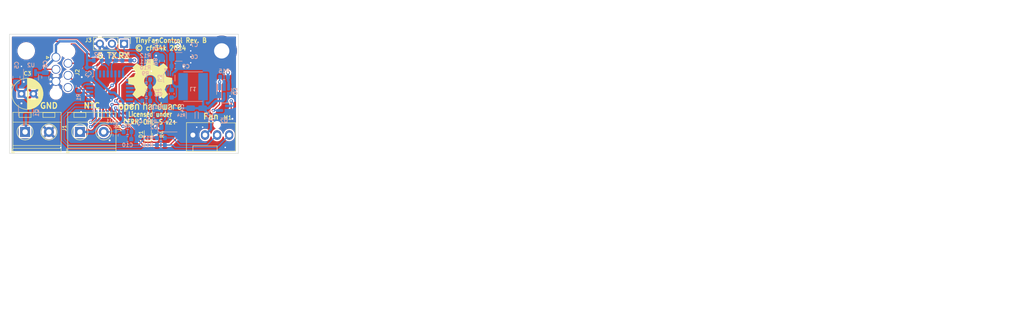
<source format=kicad_pcb>
(kicad_pcb (version 20221018) (generator pcbnew)

  (general
    (thickness 1.592)
  )

  (paper "A4")
  (title_block
    (rev "B")
    (comment 4 "AISLER Project ID: MHHVKACR")
  )

  (layers
    (0 "F.Cu" signal)
    (1 "In1.Cu" power)
    (2 "In2.Cu" power)
    (31 "B.Cu" signal)
    (32 "B.Adhes" user "B.Adhesive")
    (33 "F.Adhes" user "F.Adhesive")
    (34 "B.Paste" user)
    (35 "F.Paste" user)
    (36 "B.SilkS" user "B.Silkscreen")
    (37 "F.SilkS" user "F.Silkscreen")
    (38 "B.Mask" user)
    (39 "F.Mask" user)
    (40 "Dwgs.User" user "User.Drawings")
    (41 "Cmts.User" user "User.Comments")
    (42 "Eco1.User" user "User.Eco1")
    (43 "Eco2.User" user "User.Eco2")
    (44 "Edge.Cuts" user)
    (45 "Margin" user)
    (46 "B.CrtYd" user "B.Courtyard")
    (47 "F.CrtYd" user "F.Courtyard")
    (48 "B.Fab" user)
    (49 "F.Fab" user)
    (50 "User.1" user)
    (51 "User.2" user)
    (52 "User.3" user)
    (53 "User.4" user)
    (54 "User.5" user)
    (55 "User.6" user)
    (56 "User.7" user)
    (57 "User.8" user)
    (58 "User.9" user)
  )

  (setup
    (stackup
      (layer "F.SilkS" (type "Top Silk Screen") (color "White") (material "Direct Printing"))
      (layer "F.Paste" (type "Top Solder Paste"))
      (layer "F.Mask" (type "Top Solder Mask") (color "Green") (thickness 0.025) (material "Liquid Ink") (epsilon_r 3.7) (loss_tangent 0.029))
      (layer "F.Cu" (type "copper") (thickness 0.035))
      (layer "dielectric 1" (type "prepreg") (color "FR4 natural") (thickness 0.136) (material "FR4") (epsilon_r 4.3) (loss_tangent 0.014))
      (layer "In1.Cu" (type "copper") (thickness 0.035))
      (layer "dielectric 2" (type "core") (color "FR4 natural") (thickness 1.13) (material "FR4") (epsilon_r 4.6) (loss_tangent 0.035))
      (layer "In2.Cu" (type "copper") (thickness 0.035))
      (layer "dielectric 3" (type "prepreg") (color "FR4 natural") (thickness 0.136) (material "FR4") (epsilon_r 4.3) (loss_tangent 0.014))
      (layer "B.Cu" (type "copper") (thickness 0.035))
      (layer "B.Mask" (type "Bottom Solder Mask") (color "Green") (thickness 0.025) (material "Liquid Ink") (epsilon_r 3.7) (loss_tangent 0.029))
      (layer "B.Paste" (type "Bottom Solder Paste"))
      (layer "B.SilkS" (type "Bottom Silk Screen") (color "White") (material "Direct Printing"))
      (copper_finish "ENIG")
      (dielectric_constraints no)
    )
    (pad_to_mask_clearance 0)
    (pcbplotparams
      (layerselection 0x00011fc_ffffffff)
      (plot_on_all_layers_selection 0x0000000_00000000)
      (disableapertmacros false)
      (usegerberextensions false)
      (usegerberattributes true)
      (usegerberadvancedattributes true)
      (creategerberjobfile true)
      (dashed_line_dash_ratio 12.000000)
      (dashed_line_gap_ratio 3.000000)
      (svgprecision 4)
      (plotframeref false)
      (viasonmask false)
      (mode 1)
      (useauxorigin false)
      (hpglpennumber 1)
      (hpglpenspeed 20)
      (hpglpendiameter 15.000000)
      (dxfpolygonmode true)
      (dxfimperialunits true)
      (dxfusepcbnewfont true)
      (psnegative false)
      (psa4output false)
      (plotreference true)
      (plotvalue true)
      (plotinvisibletext false)
      (sketchpadsonfab false)
      (subtractmaskfromsilk false)
      (outputformat 1)
      (mirror false)
      (drillshape 0)
      (scaleselection 1)
      (outputdirectory "plots/RevA/gerber")
    )
  )

  (net 0 "")
  (net 1 "+3.3V")
  (net 2 "GND")
  (net 3 "+12V")
  (net 4 "Net-(U1-VDDA)")
  (net 5 "/NTC_IN")
  (net 6 "Net-(U3-SS)")
  (net 7 "Net-(U3-BST)")
  (net 8 "Net-(M1-+)")
  (net 9 "Net-(D1-K)")
  (net 10 "/SWDIO")
  (net 11 "/SWDCLK")
  (net 12 "Net-(D1-A)")
  (net 13 "/FB")
  (net 14 "unconnected-(J2-SWO-Pad6)")
  (net 15 "/RESET_N")
  (net 16 "/UART_TX")
  (net 17 "/UART_RX")
  (net 18 "Net-(J4-Pin_2)")
  (net 19 "Net-(M1-Tacho)")
  (net 20 "Net-(M1-PWM)")
  (net 21 "/DC_DC_BYPASS")
  (net 22 "Net-(Q2-D)")
  (net 23 "Net-(U1-BOOT0)")
  (net 24 "/DC_DC_EN")
  (net 25 "Net-(U3-RT)")
  (net 26 "/DC_CTRL_FB0")
  (net 27 "/DC_CTRL_FB1")
  (net 28 "/DC_CTRL_FB2")
  (net 29 "/DC_CTRL_FB3")
  (net 30 "/TACHO")
  (net 31 "/PWM_CTRL")
  (net 32 "unconnected-(U1-PA1-Pad7)")
  (net 33 "unconnected-(U1-PB0-Pad14)")
  (net 34 "unconnected-(U1-PB1-Pad15)")
  (net 35 "/FB_CONF")
  (net 36 "unconnected-(U1-PA11-Pad21)")
  (net 37 "unconnected-(U1-PA12-Pad22)")
  (net 38 "unconnected-(U1-PC14-Pad2)")
  (net 39 "unconnected-(U1-PC15-Pad3)")
  (net 40 "unconnected-(U1-PB4-Pad27)")
  (net 41 "unconnected-(U1-PB5-Pad28)")
  (net 42 "unconnected-(U1-PB6-Pad29)")
  (net 43 "unconnected-(U1-PB7-Pad30)")
  (net 44 "/SW")
  (net 45 "Net-(J1-Pin_1)")

  (footprint "MountingHole:MountingHole_3.2mm_M3" (layer "F.Cu") (at 43.5 33.5))

  (footprint "TerminalBlock_RND:TerminalBlock_RND_205-00045_1x02_P5.00mm_Horizontal" (layer "F.Cu") (at 43.26 50.5))

  (footprint "Connector_PinHeader_2.54mm:PinHeader_1x03_P2.54mm_Vertical" (layer "F.Cu") (at 64.025 32 -90))

  (footprint "Connector:FanPinHeader_1x04_P2.54mm_Vertical" (layer "F.Cu") (at 78.46 51.15))

  (footprint "Capacitor_THT:CP_Radial_D6.3mm_P2.50mm" (layer "F.Cu") (at 42.5 42.5))

  (footprint "Symbol:OSHW-Logo2_14.6x12mm_SilkScreen" (layer "F.Cu") (at 69.5 40.75))

  (footprint "LED_SMD:LED_0603_1608Metric" (layer "F.Cu") (at 69 51 90))

  (footprint "MountingHole:MountingHole_3.2mm_M3_Pad" (layer "F.Cu") (at 84.5 33.5))

  (footprint "Resistor_SMD:R_0603_1608Metric" (layer "F.Cu") (at 70.5 51 90))

  (footprint "Connector_Wuerth:Wuerth_WR-WST_490107670612_2x03_P2.54mm_Debug" (layer "F.Cu") (at 51 38 90))

  (footprint "TerminalBlock_RND:TerminalBlock_RND_205-00045_1x02_P5.00mm_Horizontal" (layer "F.Cu") (at 54.76 50.5))

  (footprint "Resistor_SMD:R_0603_1608Metric" (layer "B.Cu") (at 73.5 47))

  (footprint "Resistor_SMD:R_0603_1608Metric" (layer "B.Cu") (at 72 35.7 90))

  (footprint "Inductor_SMD:L_Fastron_242418FPS" (layer "B.Cu") (at 78.5 41))

  (footprint "Capacitor_SMD:C_0603_1608Metric" (layer "B.Cu") (at 64.75 52 180))

  (footprint "Capacitor_SMD:C_0603_1608Metric" (layer "B.Cu") (at 61.5 35.5))

  (footprint "Package_TO_SOT_SMD:SOT-23" (layer "B.Cu") (at 43.4375 46.5 -90))

  (footprint "Resistor_SMD:R_0603_1608Metric" (layer "B.Cu") (at 58.5 35.5))

  (footprint "Capacitor_SMD:C_1206_3216Metric" (layer "B.Cu") (at 80.5 46.999999 -90))

  (footprint "Package_QFP:LQFP-32_7x7mm_P0.8mm" (layer "B.Cu") (at 61 42.5 -90))

  (footprint "Resistor_SMD:R_0603_1608Metric" (layer "B.Cu") (at 62.25 51.175 -90))

  (footprint "Resistor_SMD:R_0603_1608Metric" (layer "B.Cu") (at 68.675 42.5 180))

  (footprint "Capacitor_SMD:C_1206_3216Metric" (layer "B.Cu") (at 75.5 34.75))

  (footprint "Capacitor_SMD:C_0603_1608Metric" (layer "B.Cu") (at 55.7 37.5 -135))

  (footprint "Capacitor_SMD:C_1206_3216Metric" (layer "B.Cu") (at 78 46.999999 -90))

  (footprint "Capacitor_SMD:C_0805_2012Metric" (layer "B.Cu") (at 47.5 39 -90))

  (footprint "Package_TO_SOT_SMD:SOT-23" (layer "B.Cu") (at 85 46 180))

  (footprint "Resistor_SMD:R_0603_1608Metric" (layer "B.Cu") (at 54.5 41 90))

  (footprint "Resistor_SMD:R_0603_1608Metric" (layer "B.Cu") (at 68.675 44 180))

  (footprint "Capacitor_SMD:C_0603_1608Metric" (layer "B.Cu") (at 74.749999 36.7))

  (footprint "Capacitor_SMD:C_0805_2012Metric" (layer "B.Cu") (at 41.45 39.0625 90))

  (footprint "Capacitor_SMD:C_0603_1608Metric" (layer "B.Cu") (at 66.2 47.5 45))

  (footprint "Package_TO_SOT_SMD:SOT-583-8" (layer "B.Cu") (at 73.5 39.2 -90))

  (footprint "Resistor_SMD:R_0603_1608Metric" (layer "B.Cu")
    (tstamp a898f494-088b-4bd8-b346-4677e9ad326e)
    (at 70.25 47)
    (descr "Resistor SMD 0603 (1608 Metric), square (rectangular) end terminal, IPC_7351 nominal, (Body size source: IPC-SM-782 page 72, https://www.pcb-3d.com/wordpress/wp-content/uploads/ipc-sm-782a_amendment_1_and_2.pdf), generated with kicad-footprint-generator")
    (tags "resistor")
    (property "Sheetfile" "TinyFanControl.kicad_sch")
    (property "Sheetname" "")
    (property "ki_description" "Resistor")
    (property "ki_keywords" "R res resistor")
    (path "/bfdc1736-e715-4a8d-a5c6-e8f587729ed6")
    (attr smd)
    (fp_text reference "R13" (at -0.5 1.43) (layer "B.SilkS")
        (effects (font (size 0.8 0.8) (thickness 0.15)) (justify mirror))
      (tstamp a170329a-0a98-45b9-8b1e-359c84b0d9fd)
    )
    (fp_text value "0Ω" (at 0 -1.43) (layer "B.Fab")
        (effects (font (size 1 1) (thickness 0.15)) (justify mirror))
      (tstamp 648b5edf-0cbf-415a-8156-35ba59f3fc6c)
    )
    (fp_text user "${REFERENCE}" (at 0 0) (layer "B.Fab")
        (effects (font (size 0.4 0.4) (thickness 0.06)) (justify mirror))
      (tstamp 04dcad9b-311c-4876-9770-15c8cf1f3f32)
    )
    (fp_line (start -0.237258 -0.5225) (end 0.237258 -0.5225)
      (stroke (width 0.12) (type solid)) (layer "B.SilkS") (tstamp d4b8750d-e106-40fd-8af8-be0045da4ce7))
    (fp_line (start -0.237258 0.5225) (end 0.237258 0.5225)
      (stroke (width 0.12) (type solid)) (layer "B.SilkS") (tstamp ebbe6f84-8ce0-4a02-b3d5-edcf5627103a))
    (fp_line (start -1.48 -0.73) (end -1.48 0.73)
      (stroke (width 0.05) (type solid)) (layer "B.CrtYd") (tstamp 0668a64f-b630-4149-a24e-655a8e9760e0))
    (fp_line (start -1.48 0.73) (end 1.48 0.73)
      (stroke (width 0.05) (type solid)) (layer "B.CrtYd") (tstamp b0d45ce5-3809-4b49-8b07-5fb485370cc4))
    (fp_line (start 1.48 -0.73) (end -1.48 -0
... [460732 chars truncated]
</source>
